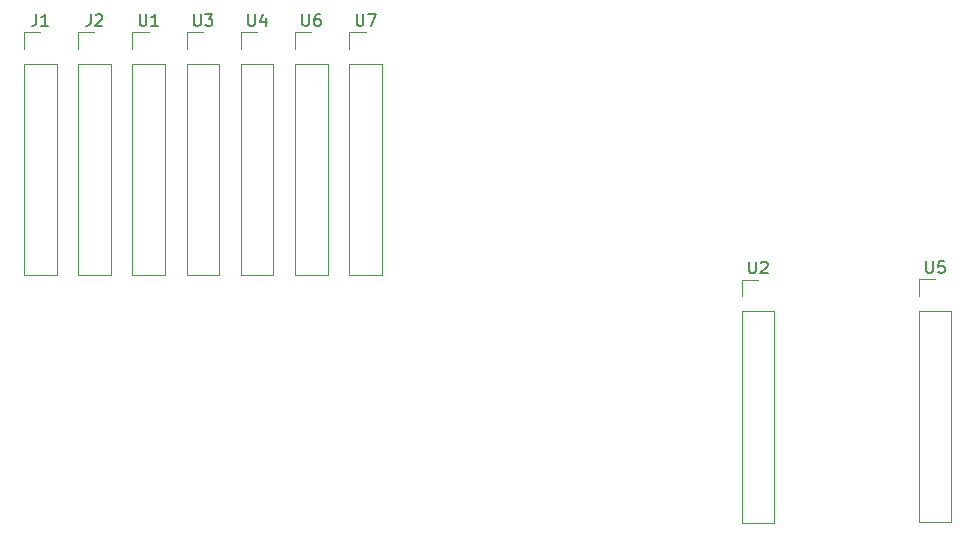
<source format=gto>
%TF.GenerationSoftware,KiCad,Pcbnew,9.0.6*%
%TF.CreationDate,2025-12-05T05:14:20+01:00*%
%TF.ProjectId,Vikingboard,56696b69-6e67-4626-9f61-72642e6b6963,rev?*%
%TF.SameCoordinates,Original*%
%TF.FileFunction,Legend,Top*%
%TF.FilePolarity,Positive*%
%FSLAX46Y46*%
G04 Gerber Fmt 4.6, Leading zero omitted, Abs format (unit mm)*
G04 Created by KiCad (PCBNEW 9.0.6) date 2025-12-05 05:14:20*
%MOMM*%
%LPD*%
G01*
G04 APERTURE LIST*
%ADD10C,0.150000*%
%ADD11C,0.120000*%
G04 APERTURE END LIST*
D10*
X110238095Y-87874819D02*
X110238095Y-88684342D01*
X110238095Y-88684342D02*
X110285714Y-88779580D01*
X110285714Y-88779580D02*
X110333333Y-88827200D01*
X110333333Y-88827200D02*
X110428571Y-88874819D01*
X110428571Y-88874819D02*
X110619047Y-88874819D01*
X110619047Y-88874819D02*
X110714285Y-88827200D01*
X110714285Y-88827200D02*
X110761904Y-88779580D01*
X110761904Y-88779580D02*
X110809523Y-88684342D01*
X110809523Y-88684342D02*
X110809523Y-87874819D01*
X111238095Y-87970057D02*
X111285714Y-87922438D01*
X111285714Y-87922438D02*
X111380952Y-87874819D01*
X111380952Y-87874819D02*
X111619047Y-87874819D01*
X111619047Y-87874819D02*
X111714285Y-87922438D01*
X111714285Y-87922438D02*
X111761904Y-87970057D01*
X111761904Y-87970057D02*
X111809523Y-88065295D01*
X111809523Y-88065295D02*
X111809523Y-88160533D01*
X111809523Y-88160533D02*
X111761904Y-88303390D01*
X111761904Y-88303390D02*
X111190476Y-88874819D01*
X111190476Y-88874819D02*
X111809523Y-88874819D01*
X58648095Y-66914819D02*
X58648095Y-67724342D01*
X58648095Y-67724342D02*
X58695714Y-67819580D01*
X58695714Y-67819580D02*
X58743333Y-67867200D01*
X58743333Y-67867200D02*
X58838571Y-67914819D01*
X58838571Y-67914819D02*
X59029047Y-67914819D01*
X59029047Y-67914819D02*
X59124285Y-67867200D01*
X59124285Y-67867200D02*
X59171904Y-67819580D01*
X59171904Y-67819580D02*
X59219523Y-67724342D01*
X59219523Y-67724342D02*
X59219523Y-66914819D01*
X60219523Y-67914819D02*
X59648095Y-67914819D01*
X59933809Y-67914819D02*
X59933809Y-66914819D01*
X59933809Y-66914819D02*
X59838571Y-67057676D01*
X59838571Y-67057676D02*
X59743333Y-67152914D01*
X59743333Y-67152914D02*
X59648095Y-67200533D01*
X77008095Y-66914819D02*
X77008095Y-67724342D01*
X77008095Y-67724342D02*
X77055714Y-67819580D01*
X77055714Y-67819580D02*
X77103333Y-67867200D01*
X77103333Y-67867200D02*
X77198571Y-67914819D01*
X77198571Y-67914819D02*
X77389047Y-67914819D01*
X77389047Y-67914819D02*
X77484285Y-67867200D01*
X77484285Y-67867200D02*
X77531904Y-67819580D01*
X77531904Y-67819580D02*
X77579523Y-67724342D01*
X77579523Y-67724342D02*
X77579523Y-66914819D01*
X77960476Y-66914819D02*
X78627142Y-66914819D01*
X78627142Y-66914819D02*
X78198571Y-67914819D01*
X63238095Y-66914819D02*
X63238095Y-67724342D01*
X63238095Y-67724342D02*
X63285714Y-67819580D01*
X63285714Y-67819580D02*
X63333333Y-67867200D01*
X63333333Y-67867200D02*
X63428571Y-67914819D01*
X63428571Y-67914819D02*
X63619047Y-67914819D01*
X63619047Y-67914819D02*
X63714285Y-67867200D01*
X63714285Y-67867200D02*
X63761904Y-67819580D01*
X63761904Y-67819580D02*
X63809523Y-67724342D01*
X63809523Y-67724342D02*
X63809523Y-66914819D01*
X64190476Y-66914819D02*
X64809523Y-66914819D01*
X64809523Y-66914819D02*
X64476190Y-67295771D01*
X64476190Y-67295771D02*
X64619047Y-67295771D01*
X64619047Y-67295771D02*
X64714285Y-67343390D01*
X64714285Y-67343390D02*
X64761904Y-67391009D01*
X64761904Y-67391009D02*
X64809523Y-67486247D01*
X64809523Y-67486247D02*
X64809523Y-67724342D01*
X64809523Y-67724342D02*
X64761904Y-67819580D01*
X64761904Y-67819580D02*
X64714285Y-67867200D01*
X64714285Y-67867200D02*
X64619047Y-67914819D01*
X64619047Y-67914819D02*
X64333333Y-67914819D01*
X64333333Y-67914819D02*
X64238095Y-67867200D01*
X64238095Y-67867200D02*
X64190476Y-67819580D01*
X72418095Y-66914819D02*
X72418095Y-67724342D01*
X72418095Y-67724342D02*
X72465714Y-67819580D01*
X72465714Y-67819580D02*
X72513333Y-67867200D01*
X72513333Y-67867200D02*
X72608571Y-67914819D01*
X72608571Y-67914819D02*
X72799047Y-67914819D01*
X72799047Y-67914819D02*
X72894285Y-67867200D01*
X72894285Y-67867200D02*
X72941904Y-67819580D01*
X72941904Y-67819580D02*
X72989523Y-67724342D01*
X72989523Y-67724342D02*
X72989523Y-66914819D01*
X73894285Y-66914819D02*
X73703809Y-66914819D01*
X73703809Y-66914819D02*
X73608571Y-66962438D01*
X73608571Y-66962438D02*
X73560952Y-67010057D01*
X73560952Y-67010057D02*
X73465714Y-67152914D01*
X73465714Y-67152914D02*
X73418095Y-67343390D01*
X73418095Y-67343390D02*
X73418095Y-67724342D01*
X73418095Y-67724342D02*
X73465714Y-67819580D01*
X73465714Y-67819580D02*
X73513333Y-67867200D01*
X73513333Y-67867200D02*
X73608571Y-67914819D01*
X73608571Y-67914819D02*
X73799047Y-67914819D01*
X73799047Y-67914819D02*
X73894285Y-67867200D01*
X73894285Y-67867200D02*
X73941904Y-67819580D01*
X73941904Y-67819580D02*
X73989523Y-67724342D01*
X73989523Y-67724342D02*
X73989523Y-67486247D01*
X73989523Y-67486247D02*
X73941904Y-67391009D01*
X73941904Y-67391009D02*
X73894285Y-67343390D01*
X73894285Y-67343390D02*
X73799047Y-67295771D01*
X73799047Y-67295771D02*
X73608571Y-67295771D01*
X73608571Y-67295771D02*
X73513333Y-67343390D01*
X73513333Y-67343390D02*
X73465714Y-67391009D01*
X73465714Y-67391009D02*
X73418095Y-67486247D01*
X49896666Y-66914819D02*
X49896666Y-67629104D01*
X49896666Y-67629104D02*
X49849047Y-67771961D01*
X49849047Y-67771961D02*
X49753809Y-67867200D01*
X49753809Y-67867200D02*
X49610952Y-67914819D01*
X49610952Y-67914819D02*
X49515714Y-67914819D01*
X50896666Y-67914819D02*
X50325238Y-67914819D01*
X50610952Y-67914819D02*
X50610952Y-66914819D01*
X50610952Y-66914819D02*
X50515714Y-67057676D01*
X50515714Y-67057676D02*
X50420476Y-67152914D01*
X50420476Y-67152914D02*
X50325238Y-67200533D01*
X54486666Y-66914819D02*
X54486666Y-67629104D01*
X54486666Y-67629104D02*
X54439047Y-67771961D01*
X54439047Y-67771961D02*
X54343809Y-67867200D01*
X54343809Y-67867200D02*
X54200952Y-67914819D01*
X54200952Y-67914819D02*
X54105714Y-67914819D01*
X54915238Y-67010057D02*
X54962857Y-66962438D01*
X54962857Y-66962438D02*
X55058095Y-66914819D01*
X55058095Y-66914819D02*
X55296190Y-66914819D01*
X55296190Y-66914819D02*
X55391428Y-66962438D01*
X55391428Y-66962438D02*
X55439047Y-67010057D01*
X55439047Y-67010057D02*
X55486666Y-67105295D01*
X55486666Y-67105295D02*
X55486666Y-67200533D01*
X55486666Y-67200533D02*
X55439047Y-67343390D01*
X55439047Y-67343390D02*
X54867619Y-67914819D01*
X54867619Y-67914819D02*
X55486666Y-67914819D01*
X67828095Y-66914819D02*
X67828095Y-67724342D01*
X67828095Y-67724342D02*
X67875714Y-67819580D01*
X67875714Y-67819580D02*
X67923333Y-67867200D01*
X67923333Y-67867200D02*
X68018571Y-67914819D01*
X68018571Y-67914819D02*
X68209047Y-67914819D01*
X68209047Y-67914819D02*
X68304285Y-67867200D01*
X68304285Y-67867200D02*
X68351904Y-67819580D01*
X68351904Y-67819580D02*
X68399523Y-67724342D01*
X68399523Y-67724342D02*
X68399523Y-66914819D01*
X69304285Y-67248152D02*
X69304285Y-67914819D01*
X69066190Y-66867200D02*
X68828095Y-67581485D01*
X68828095Y-67581485D02*
X69447142Y-67581485D01*
X125238095Y-87834819D02*
X125238095Y-88644342D01*
X125238095Y-88644342D02*
X125285714Y-88739580D01*
X125285714Y-88739580D02*
X125333333Y-88787200D01*
X125333333Y-88787200D02*
X125428571Y-88834819D01*
X125428571Y-88834819D02*
X125619047Y-88834819D01*
X125619047Y-88834819D02*
X125714285Y-88787200D01*
X125714285Y-88787200D02*
X125761904Y-88739580D01*
X125761904Y-88739580D02*
X125809523Y-88644342D01*
X125809523Y-88644342D02*
X125809523Y-87834819D01*
X126761904Y-87834819D02*
X126285714Y-87834819D01*
X126285714Y-87834819D02*
X126238095Y-88311009D01*
X126238095Y-88311009D02*
X126285714Y-88263390D01*
X126285714Y-88263390D02*
X126380952Y-88215771D01*
X126380952Y-88215771D02*
X126619047Y-88215771D01*
X126619047Y-88215771D02*
X126714285Y-88263390D01*
X126714285Y-88263390D02*
X126761904Y-88311009D01*
X126761904Y-88311009D02*
X126809523Y-88406247D01*
X126809523Y-88406247D02*
X126809523Y-88644342D01*
X126809523Y-88644342D02*
X126761904Y-88739580D01*
X126761904Y-88739580D02*
X126714285Y-88787200D01*
X126714285Y-88787200D02*
X126619047Y-88834819D01*
X126619047Y-88834819D02*
X126380952Y-88834819D01*
X126380952Y-88834819D02*
X126285714Y-88787200D01*
X126285714Y-88787200D02*
X126238095Y-88739580D01*
D11*
%TO.C,U2*%
X109620000Y-89420000D02*
X111000000Y-89420000D01*
X109620000Y-90800000D02*
X109620000Y-89420000D01*
X109620000Y-92070000D02*
X109620000Y-109960000D01*
X109620000Y-92070000D02*
X112380000Y-92070000D01*
X109620000Y-109960000D02*
X112380000Y-109960000D01*
X112380000Y-92070000D02*
X112380000Y-109960000D01*
%TO.C,U1*%
X58030000Y-68460000D02*
X59410000Y-68460000D01*
X58030000Y-69840000D02*
X58030000Y-68460000D01*
X58030000Y-71110000D02*
X58030000Y-89000000D01*
X58030000Y-71110000D02*
X60790000Y-71110000D01*
X58030000Y-89000000D02*
X60790000Y-89000000D01*
X60790000Y-71110000D02*
X60790000Y-89000000D01*
%TO.C,U7*%
X76390000Y-68460000D02*
X77770000Y-68460000D01*
X76390000Y-69840000D02*
X76390000Y-68460000D01*
X76390000Y-71110000D02*
X76390000Y-89000000D01*
X76390000Y-71110000D02*
X79150000Y-71110000D01*
X76390000Y-89000000D02*
X79150000Y-89000000D01*
X79150000Y-71110000D02*
X79150000Y-89000000D01*
%TO.C,U3*%
X62620000Y-68460000D02*
X64000000Y-68460000D01*
X62620000Y-69840000D02*
X62620000Y-68460000D01*
X62620000Y-71110000D02*
X62620000Y-89000000D01*
X62620000Y-71110000D02*
X65380000Y-71110000D01*
X62620000Y-89000000D02*
X65380000Y-89000000D01*
X65380000Y-71110000D02*
X65380000Y-89000000D01*
%TO.C,U6*%
X71800000Y-68460000D02*
X73180000Y-68460000D01*
X71800000Y-69840000D02*
X71800000Y-68460000D01*
X71800000Y-71110000D02*
X71800000Y-89000000D01*
X71800000Y-71110000D02*
X74560000Y-71110000D01*
X71800000Y-89000000D02*
X74560000Y-89000000D01*
X74560000Y-71110000D02*
X74560000Y-89000000D01*
%TO.C,J1*%
X48850000Y-68460000D02*
X50230000Y-68460000D01*
X48850000Y-69840000D02*
X48850000Y-68460000D01*
X48850000Y-71110000D02*
X48850000Y-89000000D01*
X48850000Y-71110000D02*
X51610000Y-71110000D01*
X48850000Y-89000000D02*
X51610000Y-89000000D01*
X51610000Y-71110000D02*
X51610000Y-89000000D01*
%TO.C,J2*%
X53440000Y-68460000D02*
X54820000Y-68460000D01*
X53440000Y-69840000D02*
X53440000Y-68460000D01*
X53440000Y-71110000D02*
X53440000Y-89000000D01*
X53440000Y-71110000D02*
X56200000Y-71110000D01*
X53440000Y-89000000D02*
X56200000Y-89000000D01*
X56200000Y-71110000D02*
X56200000Y-89000000D01*
%TO.C,U4*%
X67210000Y-68460000D02*
X68590000Y-68460000D01*
X67210000Y-69840000D02*
X67210000Y-68460000D01*
X67210000Y-71110000D02*
X67210000Y-89000000D01*
X67210000Y-71110000D02*
X69970000Y-71110000D01*
X67210000Y-89000000D02*
X69970000Y-89000000D01*
X69970000Y-71110000D02*
X69970000Y-89000000D01*
%TO.C,U5*%
X124620000Y-89380000D02*
X126000000Y-89380000D01*
X124620000Y-90760000D02*
X124620000Y-89380000D01*
X124620000Y-92030000D02*
X124620000Y-109920000D01*
X124620000Y-92030000D02*
X127380000Y-92030000D01*
X124620000Y-109920000D02*
X127380000Y-109920000D01*
X127380000Y-92030000D02*
X127380000Y-109920000D01*
%TD*%
M02*

</source>
